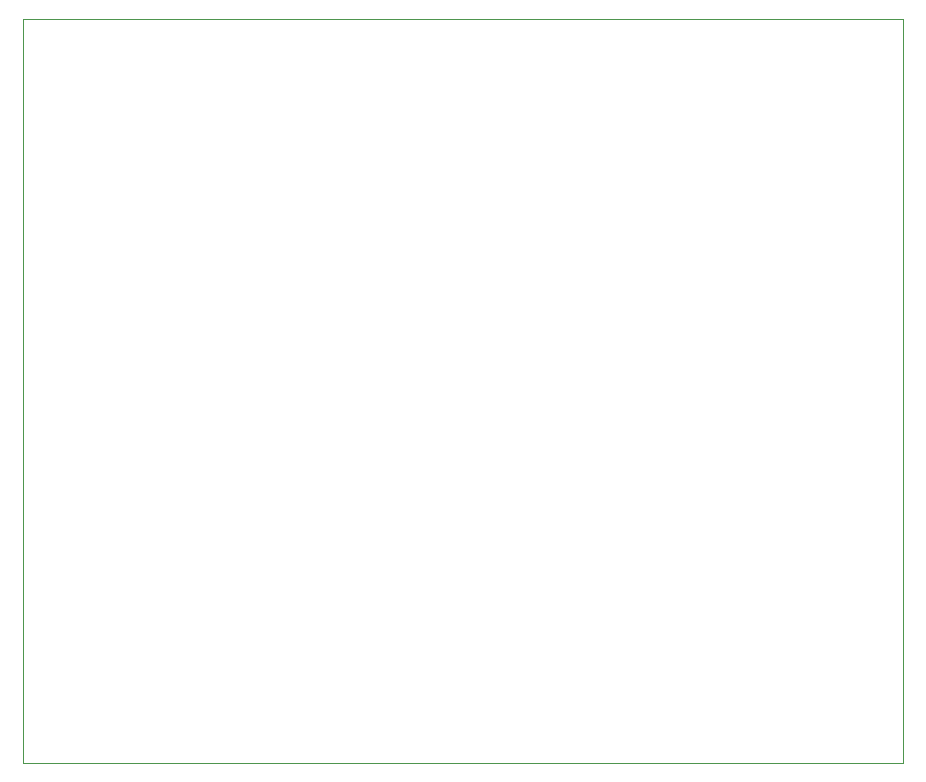
<source format=gm1>
G04 #@! TF.GenerationSoftware,KiCad,Pcbnew,(5.1.9)-1*
G04 #@! TF.CreationDate,2021-04-08T22:43:58+02:00*
G04 #@! TF.ProjectId,autopcb,6175746f-7063-4622-9e6b-696361645f70,rev?*
G04 #@! TF.SameCoordinates,Original*
G04 #@! TF.FileFunction,Profile,NP*
%FSLAX46Y46*%
G04 Gerber Fmt 4.6, Leading zero omitted, Abs format (unit mm)*
G04 Created by KiCad (PCBNEW (5.1.9)-1) date 2021-04-08 22:43:58*
%MOMM*%
%LPD*%
G01*
G04 APERTURE LIST*
G04 #@! TA.AperFunction,Profile*
%ADD10C,0.100000*%
G04 #@! TD*
G04 APERTURE END LIST*
D10*
X180000000Y-40000000D02*
X180045500Y-102933500D01*
X105486200Y-39979600D02*
X180000000Y-40000000D01*
X105537000Y-102946200D02*
X105486200Y-39979600D01*
X180045500Y-102933500D02*
X105537000Y-102946200D01*
M02*

</source>
